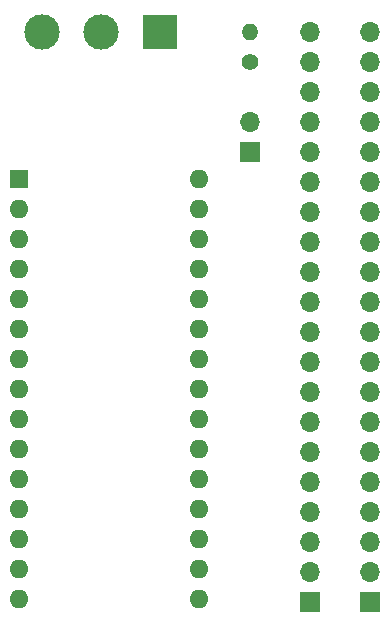
<source format=gts>
%TF.GenerationSoftware,KiCad,Pcbnew,7.0.9*%
%TF.CreationDate,2023-11-19T21:06:30+01:00*%
%TF.ProjectId,arduino_display_board,61726475-696e-46f5-9f64-6973706c6179,rev?*%
%TF.SameCoordinates,Original*%
%TF.FileFunction,Soldermask,Top*%
%TF.FilePolarity,Negative*%
%FSLAX46Y46*%
G04 Gerber Fmt 4.6, Leading zero omitted, Abs format (unit mm)*
G04 Created by KiCad (PCBNEW 7.0.9) date 2023-11-19 21:06:30*
%MOMM*%
%LPD*%
G01*
G04 APERTURE LIST*
%ADD10R,3.000000X3.000000*%
%ADD11C,3.000000*%
%ADD12R,1.700000X1.700000*%
%ADD13O,1.700000X1.700000*%
%ADD14C,1.400000*%
%ADD15O,1.400000X1.400000*%
%ADD16R,1.600000X1.600000*%
%ADD17O,1.600000X1.600000*%
G04 APERTURE END LIST*
D10*
%TO.C,RV1*%
X66040000Y-43180000D03*
D11*
X61040000Y-43180000D03*
X56040000Y-43180000D03*
%TD*%
D12*
%TO.C,J3*%
X83820000Y-91440000D03*
D13*
X83820000Y-88900000D03*
X83820000Y-86360000D03*
X83820000Y-83820000D03*
X83820000Y-81280000D03*
X83820000Y-78740000D03*
X83820000Y-76200000D03*
X83820000Y-73660000D03*
X83820000Y-71120000D03*
X83820000Y-68580000D03*
X83820000Y-66040000D03*
X83820000Y-63500000D03*
X83820000Y-60960000D03*
X83820000Y-58420000D03*
X83820000Y-55880000D03*
X83820000Y-53340000D03*
X83820000Y-50800000D03*
X83820000Y-48260000D03*
X83820000Y-45720000D03*
X83820000Y-43180000D03*
%TD*%
D14*
%TO.C,R1*%
X73660000Y-45720000D03*
D15*
X73660000Y-43180000D03*
%TD*%
D16*
%TO.C,A1*%
X54060000Y-55600000D03*
D17*
X54060000Y-58140000D03*
X54060000Y-60680000D03*
X54060000Y-63220000D03*
X54060000Y-65760000D03*
X54060000Y-68300000D03*
X54060000Y-70840000D03*
X54060000Y-73380000D03*
X54060000Y-75920000D03*
X54060000Y-78460000D03*
X54060000Y-81000000D03*
X54060000Y-83540000D03*
X54060000Y-86080000D03*
X54060000Y-88620000D03*
X54060000Y-91160000D03*
X69300000Y-91160000D03*
X69300000Y-88620000D03*
X69300000Y-86080000D03*
X69300000Y-83540000D03*
X69300000Y-81000000D03*
X69300000Y-78460000D03*
X69300000Y-75920000D03*
X69300000Y-73380000D03*
X69300000Y-70840000D03*
X69300000Y-68300000D03*
X69300000Y-65760000D03*
X69300000Y-63220000D03*
X69300000Y-60680000D03*
X69300000Y-58140000D03*
X69300000Y-55600000D03*
%TD*%
D12*
%TO.C,J2*%
X73660000Y-53340000D03*
D13*
X73660000Y-50800000D03*
%TD*%
D12*
%TO.C,J1*%
X78740000Y-91440000D03*
D13*
X78740000Y-88900000D03*
X78740000Y-86360000D03*
X78740000Y-83820000D03*
X78740000Y-81280000D03*
X78740000Y-78740000D03*
X78740000Y-76200000D03*
X78740000Y-73660000D03*
X78740000Y-71120000D03*
X78740000Y-68580000D03*
X78740000Y-66040000D03*
X78740000Y-63500000D03*
X78740000Y-60960000D03*
X78740000Y-58420000D03*
X78740000Y-55880000D03*
X78740000Y-53340000D03*
X78740000Y-50800000D03*
X78740000Y-48260000D03*
X78740000Y-45720000D03*
X78740000Y-43180000D03*
%TD*%
M02*

</source>
